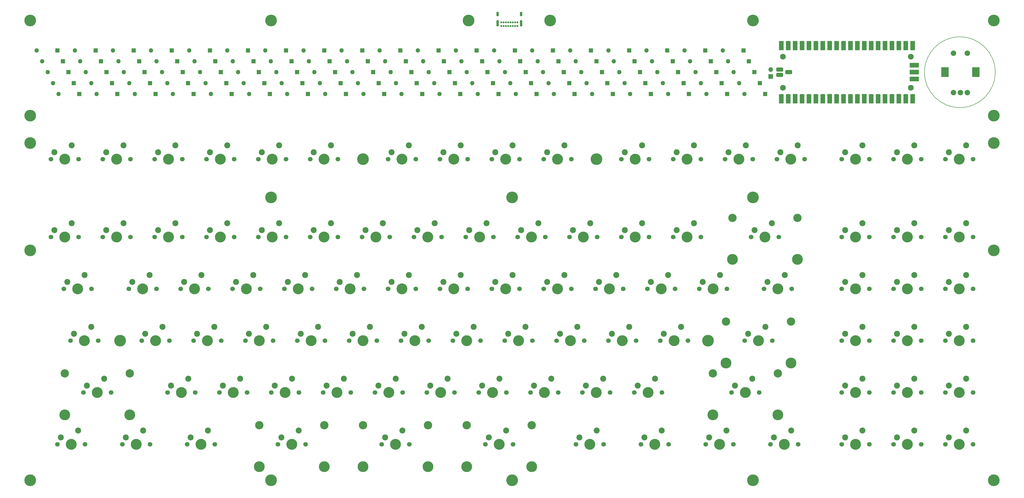
<source format=gts>
G04 #@! TF.GenerationSoftware,KiCad,Pcbnew,(6.0.0)*
G04 #@! TF.CreationDate,2022-04-02T17:53:52-07:00*
G04 #@! TF.ProjectId,keyboard_exposed_diodes_standard_tkl,6b657962-6f61-4726-945f-6578706f7365,rev?*
G04 #@! TF.SameCoordinates,Original*
G04 #@! TF.FileFunction,Soldermask,Top*
G04 #@! TF.FilePolarity,Negative*
%FSLAX46Y46*%
G04 Gerber Fmt 4.6, Leading zero omitted, Abs format (unit mm)*
G04 Created by KiCad (PCBNEW (6.0.0)) date 2022-04-02 17:53:52*
%MOMM*%
%LPD*%
G01*
G04 APERTURE LIST*
G04 Aperture macros list*
%AMRoundRect*
0 Rectangle with rounded corners*
0 $1 Rounding radius*
0 $2 $3 $4 $5 $6 $7 $8 $9 X,Y pos of 4 corners*
0 Add a 4 corners polygon primitive as box body*
4,1,4,$2,$3,$4,$5,$6,$7,$8,$9,$2,$3,0*
0 Add four circle primitives for the rounded corners*
1,1,$1+$1,$2,$3*
1,1,$1+$1,$4,$5*
1,1,$1+$1,$6,$7*
1,1,$1+$1,$8,$9*
0 Add four rect primitives between the rounded corners*
20,1,$1+$1,$2,$3,$4,$5,0*
20,1,$1+$1,$4,$5,$6,$7,0*
20,1,$1+$1,$6,$7,$8,$9,0*
20,1,$1+$1,$8,$9,$2,$3,0*%
G04 Aperture macros list end*
%ADD10C,0.150000*%
%ADD11C,2.200000*%
%ADD12C,1.700000*%
%ADD13C,4.000000*%
%ADD14R,1.600000X1.600000*%
%ADD15O,1.600000X1.600000*%
%ADD16R,1.700000X1.700000*%
%ADD17O,1.700000X1.700000*%
%ADD18C,0.700000*%
%ADD19O,0.900000X2.400000*%
%ADD20O,0.900000X1.700000*%
%ADD21C,2.100000*%
%ADD22R,1.700000X3.500000*%
%ADD23R,3.500000X1.700000*%
%ADD24RoundRect,0.300000X0.950000X-0.450000X0.950000X0.450000X-0.950000X0.450000X-0.950000X-0.450000X0*%
%ADD25R,2.800000X3.600000*%
%ADD26C,2.000000*%
%ADD27C,3.987800*%
%ADD28C,3.048000*%
%ADD29C,4.300000*%
G04 APERTURE END LIST*
D10*
X468500000Y-189000000D02*
G75*
G03*
X468500000Y-189000000I-13000000J0D01*
G01*
D11*
X384028750Y-282595000D03*
X377678750Y-285135000D03*
D12*
X376408750Y-287675000D03*
X386568750Y-287675000D03*
D13*
X381488750Y-287675000D03*
D12*
X381806250Y-306725000D03*
D13*
X376726250Y-306725000D03*
D12*
X371646250Y-306725000D03*
D11*
X372916250Y-304185000D03*
X379266250Y-301645000D03*
D12*
X140665000Y-249575000D03*
X150825000Y-249575000D03*
D13*
X145745000Y-249575000D03*
D11*
X141935000Y-247035000D03*
X148285000Y-244495000D03*
D12*
X169875000Y-249575000D03*
X159715000Y-249575000D03*
D13*
X164795000Y-249575000D03*
D11*
X160985000Y-247035000D03*
X167335000Y-244495000D03*
D12*
X178765000Y-249575000D03*
X188925000Y-249575000D03*
D13*
X183845000Y-249575000D03*
D11*
X180035000Y-247035000D03*
X186385000Y-244495000D03*
D13*
X202895000Y-249575000D03*
D12*
X197815000Y-249575000D03*
X207975000Y-249575000D03*
D11*
X199085000Y-247035000D03*
X205435000Y-244495000D03*
D12*
X216865000Y-249575000D03*
X227025000Y-249575000D03*
D13*
X221945000Y-249575000D03*
D11*
X218135000Y-247035000D03*
X224485000Y-244495000D03*
D13*
X240995000Y-249575000D03*
D12*
X246075000Y-249575000D03*
X235915000Y-249575000D03*
D11*
X237185000Y-247035000D03*
X243535000Y-244495000D03*
D12*
X254965000Y-249575000D03*
D13*
X260045000Y-249575000D03*
D12*
X265125000Y-249575000D03*
D11*
X256235000Y-247035000D03*
X262585000Y-244495000D03*
D13*
X279095000Y-249575000D03*
D12*
X274015000Y-249575000D03*
X284175000Y-249575000D03*
D11*
X275285000Y-247035000D03*
X281635000Y-244495000D03*
D12*
X293065000Y-249575000D03*
D13*
X298145000Y-249575000D03*
D12*
X303225000Y-249575000D03*
D11*
X294335000Y-247035000D03*
X300685000Y-244495000D03*
D12*
X165112500Y-287675000D03*
X154952500Y-287675000D03*
D13*
X160032500Y-287675000D03*
D11*
X156222500Y-285135000D03*
X162572500Y-282595000D03*
D12*
X250837500Y-306725000D03*
X240677500Y-306725000D03*
D13*
X245757500Y-306725000D03*
D11*
X241947500Y-304185000D03*
X248297500Y-301645000D03*
D12*
X378790000Y-249575000D03*
D13*
X383870000Y-249575000D03*
D12*
X388950000Y-249575000D03*
D11*
X380060000Y-247035000D03*
X386410000Y-244495000D03*
D13*
X388632500Y-268625000D03*
D12*
X393712500Y-268625000D03*
X383552500Y-268625000D03*
D11*
X384822500Y-266085000D03*
X391172500Y-263545000D03*
D13*
X207657500Y-306725000D03*
D12*
X212737500Y-306725000D03*
X202577500Y-306725000D03*
D11*
X203847500Y-304185000D03*
X210197500Y-301645000D03*
D12*
X193052500Y-287675000D03*
D13*
X198132500Y-287675000D03*
D12*
X203212500Y-287675000D03*
D11*
X194322500Y-285135000D03*
X200672500Y-282595000D03*
D13*
X336245000Y-249575000D03*
D12*
X341325000Y-249575000D03*
X331165000Y-249575000D03*
D11*
X332435000Y-247035000D03*
X338785000Y-244495000D03*
D13*
X417207500Y-268625000D03*
D12*
X422287500Y-268625000D03*
X412127500Y-268625000D03*
D11*
X413397500Y-266085000D03*
X419747500Y-263545000D03*
D12*
X431177500Y-325775000D03*
D13*
X436257500Y-325775000D03*
D12*
X441337500Y-325775000D03*
D11*
X432447500Y-323235000D03*
X438797500Y-320695000D03*
D12*
X188290000Y-268625000D03*
X198450000Y-268625000D03*
D13*
X193370000Y-268625000D03*
D11*
X189560000Y-266085000D03*
X195910000Y-263545000D03*
D12*
X441337500Y-268625000D03*
X431177500Y-268625000D03*
D13*
X436257500Y-268625000D03*
D11*
X432447500Y-266085000D03*
X438797500Y-263545000D03*
D12*
X360375000Y-249575000D03*
X350215000Y-249575000D03*
D13*
X355295000Y-249575000D03*
D11*
X351485000Y-247035000D03*
X357835000Y-244495000D03*
D12*
X150825000Y-221000000D03*
X140665000Y-221000000D03*
D13*
X145745000Y-221000000D03*
D11*
X141935000Y-218460000D03*
X148285000Y-215920000D03*
D12*
X215118750Y-325775000D03*
D13*
X210038750Y-325775000D03*
D12*
X204958750Y-325775000D03*
D11*
X206228750Y-323235000D03*
X212578750Y-320695000D03*
D12*
X281158750Y-325775000D03*
D13*
X286238750Y-325775000D03*
D12*
X291318750Y-325775000D03*
D11*
X282428750Y-323235000D03*
X288778750Y-320695000D03*
D12*
X422287500Y-287675000D03*
D13*
X417207500Y-287675000D03*
D12*
X412127500Y-287675000D03*
D11*
X413397500Y-285135000D03*
X419747500Y-282595000D03*
D13*
X417207500Y-306725000D03*
D12*
X422287500Y-306725000D03*
X412127500Y-306725000D03*
D11*
X413397500Y-304185000D03*
X419747500Y-301645000D03*
D12*
X441337500Y-287675000D03*
D13*
X436257500Y-287675000D03*
D12*
X431177500Y-287675000D03*
D11*
X432447500Y-285135000D03*
X438797500Y-282595000D03*
D13*
X455307500Y-287675000D03*
D12*
X450227500Y-287675000D03*
X460387500Y-287675000D03*
D11*
X451497500Y-285135000D03*
X457847500Y-282595000D03*
D12*
X450227500Y-306725000D03*
X460387500Y-306725000D03*
D13*
X455307500Y-306725000D03*
D11*
X451497500Y-304185000D03*
X457847500Y-301645000D03*
D12*
X169875000Y-221000000D03*
X159715000Y-221000000D03*
D13*
X164795000Y-221000000D03*
D11*
X160985000Y-218460000D03*
X167335000Y-215920000D03*
D12*
X178765000Y-221000000D03*
D13*
X183845000Y-221000000D03*
D12*
X188925000Y-221000000D03*
D11*
X180035000Y-218460000D03*
X186385000Y-215920000D03*
D12*
X207975000Y-221000000D03*
D13*
X202895000Y-221000000D03*
D12*
X197815000Y-221000000D03*
D11*
X199085000Y-218460000D03*
X205435000Y-215920000D03*
D12*
X245440000Y-221000000D03*
X255600000Y-221000000D03*
D13*
X250520000Y-221000000D03*
D11*
X246710000Y-218460000D03*
X253060000Y-215920000D03*
D12*
X283540000Y-221000000D03*
X293700000Y-221000000D03*
D13*
X288620000Y-221000000D03*
D11*
X284810000Y-218460000D03*
X291160000Y-215920000D03*
D12*
X302590000Y-221000000D03*
D13*
X307670000Y-221000000D03*
D12*
X312750000Y-221000000D03*
D11*
X303860000Y-218460000D03*
X310210000Y-215920000D03*
D13*
X374345000Y-221000000D03*
D12*
X379425000Y-221000000D03*
X369265000Y-221000000D03*
D11*
X370535000Y-218460000D03*
X376885000Y-215920000D03*
D12*
X222262500Y-287675000D03*
D13*
X217182500Y-287675000D03*
D12*
X212102500Y-287675000D03*
D11*
X213372500Y-285135000D03*
X219722500Y-282595000D03*
D12*
X335927500Y-306725000D03*
D13*
X341007500Y-306725000D03*
D12*
X346087500Y-306725000D03*
D11*
X337197500Y-304185000D03*
X343547500Y-301645000D03*
D12*
X231152500Y-287675000D03*
D13*
X236232500Y-287675000D03*
D12*
X241312500Y-287675000D03*
D11*
X232422500Y-285135000D03*
X238772500Y-282595000D03*
D13*
X255282500Y-287675000D03*
D12*
X260362500Y-287675000D03*
X250202500Y-287675000D03*
D11*
X251472500Y-285135000D03*
X257822500Y-282595000D03*
D12*
X431177500Y-249575000D03*
X441337500Y-249575000D03*
D13*
X436257500Y-249575000D03*
D11*
X432447500Y-247035000D03*
X438797500Y-244495000D03*
D13*
X288620000Y-268625000D03*
D12*
X283540000Y-268625000D03*
X293700000Y-268625000D03*
D11*
X284810000Y-266085000D03*
X291160000Y-263545000D03*
D13*
X417207500Y-249575000D03*
D12*
X422287500Y-249575000D03*
X412127500Y-249575000D03*
D11*
X413397500Y-247035000D03*
X419747500Y-244495000D03*
D13*
X293382500Y-287675000D03*
D12*
X288302500Y-287675000D03*
X298462500Y-287675000D03*
D11*
X289572500Y-285135000D03*
X295922500Y-282595000D03*
D12*
X307352500Y-287675000D03*
X317512500Y-287675000D03*
D13*
X312432500Y-287675000D03*
D11*
X308622500Y-285135000D03*
X314972500Y-282595000D03*
D12*
X181781250Y-325775000D03*
X171621250Y-325775000D03*
D13*
X176701250Y-325775000D03*
D11*
X172891250Y-323235000D03*
X179241250Y-320695000D03*
D13*
X417207500Y-325775000D03*
D12*
X422287500Y-325775000D03*
X412127500Y-325775000D03*
D11*
X413397500Y-323235000D03*
X419747500Y-320695000D03*
D12*
X147808750Y-325775000D03*
X157968750Y-325775000D03*
D13*
X152888750Y-325775000D03*
D11*
X149078750Y-323235000D03*
X155428750Y-320695000D03*
D12*
X278777500Y-306725000D03*
X288937500Y-306725000D03*
D13*
X283857500Y-306725000D03*
D11*
X280047500Y-304185000D03*
X286397500Y-301645000D03*
D13*
X367201250Y-325775000D03*
D12*
X372281250Y-325775000D03*
X362121250Y-325775000D03*
D11*
X363391250Y-323235000D03*
X369741250Y-320695000D03*
D12*
X269887500Y-306725000D03*
X259727500Y-306725000D03*
D13*
X264807500Y-306725000D03*
D11*
X260997500Y-304185000D03*
X267347500Y-301645000D03*
D13*
X307670000Y-268625000D03*
D12*
X312750000Y-268625000D03*
X302590000Y-268625000D03*
D11*
X303860000Y-266085000D03*
X310210000Y-263545000D03*
D12*
X450227500Y-221000000D03*
D13*
X455307500Y-221000000D03*
D12*
X460387500Y-221000000D03*
D11*
X451497500Y-218460000D03*
X457847500Y-215920000D03*
D12*
X460387500Y-268625000D03*
X450227500Y-268625000D03*
D13*
X455307500Y-268625000D03*
D11*
X451497500Y-266085000D03*
X457847500Y-263545000D03*
D13*
X455307500Y-249575000D03*
D12*
X460387500Y-249575000D03*
X450227500Y-249575000D03*
D11*
X451497500Y-247035000D03*
X457847500Y-244495000D03*
D13*
X417207500Y-221000000D03*
D12*
X422287500Y-221000000D03*
X412127500Y-221000000D03*
D11*
X413397500Y-218460000D03*
X419747500Y-215920000D03*
D12*
X150190000Y-268625000D03*
D13*
X155270000Y-268625000D03*
D12*
X160350000Y-268625000D03*
D11*
X151460000Y-266085000D03*
X157810000Y-263545000D03*
D12*
X345452500Y-287675000D03*
X355612500Y-287675000D03*
D13*
X350532500Y-287675000D03*
D11*
X346722500Y-285135000D03*
X353072500Y-282595000D03*
D12*
X217500000Y-268625000D03*
D13*
X212420000Y-268625000D03*
D12*
X207340000Y-268625000D03*
D11*
X208610000Y-266085000D03*
X214960000Y-263545000D03*
D12*
X369900000Y-268625000D03*
D13*
X364820000Y-268625000D03*
D12*
X359740000Y-268625000D03*
D11*
X361010000Y-266085000D03*
X367360000Y-263545000D03*
D12*
X450227500Y-325775000D03*
X460387500Y-325775000D03*
D13*
X455307500Y-325775000D03*
D11*
X451497500Y-323235000D03*
X457847500Y-320695000D03*
D13*
X179082500Y-287675000D03*
D12*
X184162500Y-287675000D03*
X174002500Y-287675000D03*
D11*
X175272500Y-285135000D03*
X181622500Y-282595000D03*
D13*
X436257500Y-221000000D03*
D12*
X431177500Y-221000000D03*
X441337500Y-221000000D03*
D11*
X432447500Y-218460000D03*
X438797500Y-215920000D03*
D13*
X248138750Y-325775000D03*
D12*
X243058750Y-325775000D03*
X253218750Y-325775000D03*
D11*
X244328750Y-323235000D03*
X250678750Y-320695000D03*
D13*
X231470000Y-268625000D03*
D12*
X226390000Y-268625000D03*
X236550000Y-268625000D03*
D11*
X227660000Y-266085000D03*
X234010000Y-263545000D03*
D12*
X264490000Y-268625000D03*
D13*
X269570000Y-268625000D03*
D12*
X274650000Y-268625000D03*
D11*
X265760000Y-266085000D03*
X272110000Y-263545000D03*
D12*
X431177500Y-306725000D03*
X441337500Y-306725000D03*
D13*
X436257500Y-306725000D03*
D11*
X432447500Y-304185000D03*
X438797500Y-301645000D03*
D12*
X169240000Y-268625000D03*
D13*
X174320000Y-268625000D03*
D12*
X179400000Y-268625000D03*
D11*
X170510000Y-266085000D03*
X176860000Y-263545000D03*
D12*
X193687500Y-306725000D03*
D13*
X188607500Y-306725000D03*
D12*
X183527500Y-306725000D03*
D11*
X184797500Y-304185000D03*
X191147500Y-301645000D03*
D12*
X255600000Y-268625000D03*
D13*
X250520000Y-268625000D03*
D12*
X245440000Y-268625000D03*
D11*
X246710000Y-266085000D03*
X253060000Y-263545000D03*
D13*
X274332500Y-287675000D03*
D12*
X279412500Y-287675000D03*
X269252500Y-287675000D03*
D11*
X270522500Y-285135000D03*
X276872500Y-282595000D03*
D12*
X340690000Y-268625000D03*
D13*
X345770000Y-268625000D03*
D12*
X350850000Y-268625000D03*
D11*
X341960000Y-266085000D03*
X348310000Y-263545000D03*
D12*
X350215000Y-221000000D03*
D13*
X355295000Y-221000000D03*
D12*
X360375000Y-221000000D03*
D11*
X351485000Y-218460000D03*
X357835000Y-215920000D03*
D12*
X227025000Y-221000000D03*
X216865000Y-221000000D03*
D13*
X221945000Y-221000000D03*
D11*
X218135000Y-218460000D03*
X224485000Y-215920000D03*
D12*
X274650000Y-221000000D03*
D13*
X269570000Y-221000000D03*
D12*
X264490000Y-221000000D03*
D11*
X265760000Y-218460000D03*
X272110000Y-215920000D03*
D13*
X319576250Y-325775000D03*
D12*
X324656250Y-325775000D03*
X314496250Y-325775000D03*
D11*
X315766250Y-323235000D03*
X322116250Y-320695000D03*
D12*
X307987500Y-306725000D03*
X297827500Y-306725000D03*
D13*
X302907500Y-306725000D03*
D11*
X299097500Y-304185000D03*
X305447500Y-301645000D03*
D13*
X131457500Y-268625000D03*
D12*
X136537500Y-268625000D03*
X126377500Y-268625000D03*
D11*
X127647500Y-266085000D03*
X133997500Y-263545000D03*
D13*
X138601250Y-306725000D03*
D12*
X133521250Y-306725000D03*
X143681250Y-306725000D03*
D11*
X134791250Y-304185000D03*
X141141250Y-301645000D03*
D12*
X123996250Y-325775000D03*
D13*
X129076250Y-325775000D03*
D12*
X134156250Y-325775000D03*
D11*
X125266250Y-323235000D03*
X131616250Y-320695000D03*
D12*
X131775000Y-221000000D03*
X121615000Y-221000000D03*
D13*
X126695000Y-221000000D03*
D11*
X122885000Y-218460000D03*
X129235000Y-215920000D03*
D12*
X128758750Y-287675000D03*
X138918750Y-287675000D03*
D13*
X133838750Y-287675000D03*
D11*
X130028750Y-285135000D03*
X136378750Y-282595000D03*
D13*
X126695000Y-249575000D03*
D12*
X121615000Y-249575000D03*
X131775000Y-249575000D03*
D11*
X122885000Y-247035000D03*
X129235000Y-244495000D03*
D13*
X226707500Y-306725000D03*
D12*
X231787500Y-306725000D03*
X221627500Y-306725000D03*
D11*
X222897500Y-304185000D03*
X229247500Y-301645000D03*
D12*
X326402500Y-287675000D03*
X336562500Y-287675000D03*
D13*
X331482500Y-287675000D03*
D11*
X327672500Y-285135000D03*
X334022500Y-282595000D03*
D13*
X343388750Y-325775000D03*
D12*
X348468750Y-325775000D03*
X338308750Y-325775000D03*
D11*
X339578750Y-323235000D03*
X345928750Y-320695000D03*
D13*
X326720000Y-268625000D03*
D12*
X321640000Y-268625000D03*
X331800000Y-268625000D03*
D11*
X322910000Y-266085000D03*
X329260000Y-263545000D03*
D12*
X341325000Y-221000000D03*
D13*
X336245000Y-221000000D03*
D12*
X331165000Y-221000000D03*
D11*
X332435000Y-218460000D03*
X338785000Y-215920000D03*
D12*
X385933750Y-325775000D03*
X396093750Y-325775000D03*
D13*
X391013750Y-325775000D03*
D11*
X387203750Y-323235000D03*
X393553750Y-320695000D03*
D12*
X327037500Y-306725000D03*
D13*
X321957500Y-306725000D03*
D12*
X316877500Y-306725000D03*
D11*
X318147500Y-304185000D03*
X324497500Y-301645000D03*
D14*
X124000000Y-181000000D03*
D15*
X116380000Y-181000000D03*
D14*
X370000000Y-197000000D03*
D15*
X362380000Y-197000000D03*
D14*
X340000000Y-193000000D03*
D15*
X332380000Y-193000000D03*
D14*
X140000000Y-185000000D03*
D15*
X132380000Y-185000000D03*
D16*
X386000000Y-190540000D03*
D17*
X386000000Y-188000000D03*
D18*
X293000000Y-172025000D03*
X292150000Y-172025000D03*
X291300000Y-172025000D03*
X290450000Y-172025000D03*
X289600000Y-172025000D03*
X288750000Y-172025000D03*
X287900000Y-172025000D03*
X287050000Y-172025000D03*
X287050000Y-170675000D03*
X287900000Y-170675000D03*
X288750000Y-170675000D03*
X289600000Y-170675000D03*
X290450000Y-170675000D03*
X291300000Y-170675000D03*
X292150000Y-170675000D03*
X293000000Y-170675000D03*
D19*
X294350000Y-171045000D03*
D20*
X294350000Y-167665000D03*
D19*
X285700000Y-171045000D03*
D20*
X285700000Y-167665000D03*
D21*
X437500000Y-194700000D03*
X390500000Y-194700000D03*
X437500000Y-183300000D03*
X390500000Y-183300000D03*
D22*
X389870000Y-198790000D03*
D17*
X389870000Y-197890000D03*
X392410000Y-197890000D03*
D22*
X392410000Y-198790000D03*
D16*
X394950000Y-197890000D03*
D22*
X394950000Y-198790000D03*
D17*
X397490000Y-197890000D03*
D22*
X397490000Y-198790000D03*
D17*
X400030000Y-197890000D03*
D22*
X400030000Y-198790000D03*
D17*
X402570000Y-197890000D03*
D22*
X402570000Y-198790000D03*
X405110000Y-198790000D03*
D17*
X405110000Y-197890000D03*
D16*
X407650000Y-197890000D03*
D22*
X407650000Y-198790000D03*
X410190000Y-198790000D03*
D17*
X410190000Y-197890000D03*
X412730000Y-197890000D03*
D22*
X412730000Y-198790000D03*
X415270000Y-198790000D03*
D17*
X415270000Y-197890000D03*
D22*
X417810000Y-198790000D03*
D17*
X417810000Y-197890000D03*
D16*
X420350000Y-197890000D03*
D22*
X420350000Y-198790000D03*
D17*
X422890000Y-197890000D03*
D22*
X422890000Y-198790000D03*
D17*
X425430000Y-197890000D03*
D22*
X425430000Y-198790000D03*
D17*
X427970000Y-197890000D03*
D22*
X427970000Y-198790000D03*
X430510000Y-198790000D03*
D17*
X430510000Y-197890000D03*
D16*
X433050000Y-197890000D03*
D22*
X433050000Y-198790000D03*
X435590000Y-198790000D03*
D17*
X435590000Y-197890000D03*
D22*
X438130000Y-198790000D03*
D17*
X438130000Y-197890000D03*
D22*
X438130000Y-179210000D03*
D17*
X438130000Y-180110000D03*
X435590000Y-180110000D03*
D22*
X435590000Y-179210000D03*
D16*
X433050000Y-180110000D03*
D22*
X433050000Y-179210000D03*
X430510000Y-179210000D03*
D17*
X430510000Y-180110000D03*
X427970000Y-180110000D03*
D22*
X427970000Y-179210000D03*
D17*
X425430000Y-180110000D03*
D22*
X425430000Y-179210000D03*
X422890000Y-179210000D03*
D17*
X422890000Y-180110000D03*
D16*
X420350000Y-180110000D03*
D22*
X420350000Y-179210000D03*
D17*
X417810000Y-180110000D03*
D22*
X417810000Y-179210000D03*
D17*
X415270000Y-180110000D03*
D22*
X415270000Y-179210000D03*
D17*
X412730000Y-180110000D03*
D22*
X412730000Y-179210000D03*
D17*
X410190000Y-180110000D03*
D22*
X410190000Y-179210000D03*
D16*
X407650000Y-180110000D03*
D22*
X407650000Y-179210000D03*
X405110000Y-179210000D03*
D17*
X405110000Y-180110000D03*
X402570000Y-180110000D03*
D22*
X402570000Y-179210000D03*
D17*
X400030000Y-180110000D03*
D22*
X400030000Y-179210000D03*
X397490000Y-179210000D03*
D17*
X397490000Y-180110000D03*
D22*
X394950000Y-179210000D03*
D16*
X394950000Y-180110000D03*
D22*
X392410000Y-179210000D03*
D17*
X392410000Y-180110000D03*
X389870000Y-180110000D03*
D22*
X389870000Y-179210000D03*
D23*
X438800000Y-191540000D03*
D17*
X437900000Y-191540000D03*
D23*
X438800000Y-189000000D03*
D16*
X437900000Y-189000000D03*
D17*
X437900000Y-186460000D03*
D23*
X438800000Y-186460000D03*
D24*
X392630000Y-189000000D03*
X389350000Y-188000000D03*
X389330000Y-190000000D03*
D14*
X338000000Y-189000000D03*
D15*
X330380000Y-189000000D03*
D14*
X226000000Y-189000000D03*
D15*
X218380000Y-189000000D03*
D14*
X310000000Y-189000000D03*
D15*
X302380000Y-189000000D03*
D14*
X300000000Y-197000000D03*
D15*
X292380000Y-197000000D03*
D14*
X296000000Y-189000000D03*
D15*
X288380000Y-189000000D03*
D14*
X282000000Y-189000000D03*
D15*
X274380000Y-189000000D03*
D14*
X142000000Y-189000000D03*
D15*
X134380000Y-189000000D03*
D14*
X194000000Y-181000000D03*
D15*
X186380000Y-181000000D03*
D14*
X328000000Y-197000000D03*
D15*
X320380000Y-197000000D03*
D14*
X160000000Y-197000000D03*
D15*
X152380000Y-197000000D03*
D14*
X180000000Y-181000000D03*
D15*
X172380000Y-181000000D03*
D25*
X450000000Y-189000000D03*
X461400000Y-189000000D03*
D26*
X453200000Y-196500000D03*
X458200000Y-196500000D03*
X455700000Y-196500000D03*
X453200000Y-182000000D03*
X458200000Y-182000000D03*
D14*
X286000000Y-197000000D03*
D15*
X278380000Y-197000000D03*
D14*
X240000000Y-189000000D03*
D15*
X232380000Y-189000000D03*
D14*
X322000000Y-185000000D03*
D15*
X314380000Y-185000000D03*
D14*
X362000000Y-181000000D03*
D15*
X354380000Y-181000000D03*
D14*
X324000000Y-189000000D03*
D15*
X316380000Y-189000000D03*
D14*
X384000000Y-197000000D03*
D15*
X376380000Y-197000000D03*
D14*
X308000000Y-185000000D03*
D15*
X300380000Y-185000000D03*
D14*
X334000000Y-181000000D03*
D15*
X326380000Y-181000000D03*
D14*
X258000000Y-197000000D03*
D15*
X250380000Y-197000000D03*
D14*
X242000000Y-193000000D03*
D15*
X234380000Y-193000000D03*
D14*
X154000000Y-185000000D03*
D15*
X146380000Y-185000000D03*
D14*
X342000000Y-197000000D03*
D15*
X334380000Y-197000000D03*
D14*
X172000000Y-193000000D03*
D15*
X164380000Y-193000000D03*
D14*
X144000000Y-193000000D03*
D15*
X136380000Y-193000000D03*
D14*
X212000000Y-189000000D03*
D15*
X204380000Y-189000000D03*
D14*
X244000000Y-197000000D03*
D15*
X236380000Y-197000000D03*
D14*
X314000000Y-197000000D03*
D15*
X306380000Y-197000000D03*
D14*
X280000000Y-185000000D03*
D15*
X272380000Y-185000000D03*
D14*
X202000000Y-197000000D03*
D15*
X194380000Y-197000000D03*
D14*
X320000000Y-181000000D03*
D15*
X312380000Y-181000000D03*
D14*
X182000000Y-185000000D03*
D15*
X174380000Y-185000000D03*
D14*
X364000000Y-185000000D03*
D15*
X356380000Y-185000000D03*
D14*
X378000000Y-185000000D03*
D15*
X370380000Y-185000000D03*
D14*
X284000000Y-193000000D03*
D15*
X276380000Y-193000000D03*
D14*
X264000000Y-181000000D03*
D15*
X256380000Y-181000000D03*
D14*
X130000000Y-193000000D03*
D15*
X122380000Y-193000000D03*
D14*
X254000000Y-189000000D03*
D15*
X246380000Y-189000000D03*
D14*
X200000000Y-193000000D03*
D15*
X192380000Y-193000000D03*
D14*
X350000000Y-185000000D03*
D15*
X342380000Y-185000000D03*
D14*
X252000000Y-185000000D03*
D15*
X244380000Y-185000000D03*
D14*
X228000000Y-193000000D03*
D15*
X220380000Y-193000000D03*
D14*
X270000000Y-193000000D03*
D15*
X262380000Y-193000000D03*
D14*
X126000000Y-185000000D03*
D15*
X118380000Y-185000000D03*
D14*
X132000000Y-197000000D03*
D15*
X124380000Y-197000000D03*
D14*
X348000000Y-181000000D03*
D15*
X340380000Y-181000000D03*
D14*
X356000000Y-197000000D03*
D15*
X348380000Y-197000000D03*
D14*
X268000000Y-189000000D03*
D15*
X260380000Y-189000000D03*
D14*
X256000000Y-193000000D03*
D15*
X248380000Y-193000000D03*
D14*
X230000000Y-197000000D03*
D15*
X222380000Y-197000000D03*
D14*
X170000000Y-189000000D03*
D15*
X162380000Y-189000000D03*
D14*
X174000000Y-197000000D03*
D15*
X166380000Y-197000000D03*
D14*
X166000000Y-181000000D03*
D15*
X158380000Y-181000000D03*
D14*
X210000000Y-185000000D03*
D15*
X202380000Y-185000000D03*
D14*
X186000000Y-193000000D03*
D15*
X178380000Y-193000000D03*
D14*
X278000000Y-181000000D03*
D15*
X270380000Y-181000000D03*
D14*
X266000000Y-185000000D03*
D15*
X258380000Y-185000000D03*
D14*
X152000000Y-181000000D03*
D15*
X144380000Y-181000000D03*
D14*
X184000000Y-189000000D03*
D15*
X176380000Y-189000000D03*
D14*
X366000000Y-189000000D03*
D15*
X358380000Y-189000000D03*
D14*
X188000000Y-197000000D03*
D15*
X180380000Y-197000000D03*
D14*
X158000000Y-193000000D03*
D15*
X150380000Y-193000000D03*
D14*
X298000000Y-193000000D03*
D15*
X290380000Y-193000000D03*
D14*
X128000000Y-189000000D03*
D15*
X120380000Y-189000000D03*
D14*
X272000000Y-197000000D03*
D15*
X264380000Y-197000000D03*
D14*
X352000000Y-189000000D03*
D15*
X344380000Y-189000000D03*
D14*
X382000000Y-193000000D03*
D15*
X374380000Y-193000000D03*
D14*
X368000000Y-193000000D03*
D15*
X360380000Y-193000000D03*
D14*
X208000000Y-181000000D03*
D15*
X200380000Y-181000000D03*
D14*
X196000000Y-185000000D03*
D15*
X188380000Y-185000000D03*
D14*
X216000000Y-197000000D03*
D15*
X208380000Y-197000000D03*
D14*
X326000000Y-193000000D03*
D15*
X318380000Y-193000000D03*
D14*
X198000000Y-189000000D03*
D15*
X190380000Y-189000000D03*
D14*
X138000000Y-181000000D03*
D15*
X130380000Y-181000000D03*
D14*
X336000000Y-185000000D03*
D15*
X328380000Y-185000000D03*
D14*
X376000000Y-181000000D03*
D15*
X368380000Y-181000000D03*
D14*
X214000000Y-193000000D03*
D15*
X206380000Y-193000000D03*
D14*
X306000000Y-181000000D03*
D15*
X298380000Y-181000000D03*
D14*
X236000000Y-181000000D03*
D15*
X228380000Y-181000000D03*
D14*
X292000000Y-181000000D03*
D15*
X284380000Y-181000000D03*
D14*
X294000000Y-185000000D03*
D15*
X286380000Y-185000000D03*
D14*
X156000000Y-189000000D03*
D15*
X148380000Y-189000000D03*
D14*
X354000000Y-193000000D03*
D15*
X346380000Y-193000000D03*
D14*
X168000000Y-185000000D03*
D15*
X160380000Y-185000000D03*
D14*
X146000000Y-197000000D03*
D15*
X138380000Y-197000000D03*
D14*
X224000000Y-185000000D03*
D15*
X216380000Y-185000000D03*
D14*
X222000000Y-181000000D03*
D15*
X214380000Y-181000000D03*
D14*
X380000000Y-189000000D03*
D15*
X372380000Y-189000000D03*
D14*
X238000000Y-185000000D03*
D15*
X230380000Y-185000000D03*
D14*
X312000000Y-193000000D03*
D15*
X304380000Y-193000000D03*
D14*
X250000000Y-181000000D03*
D15*
X242380000Y-181000000D03*
D12*
X322275000Y-249575000D03*
D13*
X317195000Y-249575000D03*
D12*
X312115000Y-249575000D03*
D11*
X313385000Y-247035000D03*
X319735000Y-244495000D03*
D12*
X398475000Y-221000000D03*
D13*
X393395000Y-221000000D03*
D12*
X388315000Y-221000000D03*
D11*
X389585000Y-218460000D03*
X395935000Y-215920000D03*
D12*
X174637500Y-306725000D03*
X164477500Y-306725000D03*
D13*
X169557500Y-306725000D03*
D11*
X165747500Y-304185000D03*
X172097500Y-301645000D03*
D27*
X126663250Y-314980000D03*
X150539250Y-314980000D03*
D28*
X126663250Y-299740000D03*
X150539250Y-299740000D03*
X364788250Y-299740000D03*
D27*
X388664250Y-314980000D03*
D28*
X388664250Y-299740000D03*
D27*
X364788250Y-314980000D03*
X393426750Y-295930000D03*
X369550750Y-295930000D03*
D28*
X369550750Y-280690000D03*
X393426750Y-280690000D03*
D27*
X395808000Y-257830000D03*
D28*
X371932000Y-242590000D03*
X395808000Y-242590000D03*
D27*
X371932000Y-257830000D03*
X198100750Y-334030000D03*
D28*
X198100750Y-318790000D03*
D27*
X221976750Y-334030000D03*
D28*
X221976750Y-318790000D03*
D27*
X298176750Y-334030000D03*
X274300750Y-334030000D03*
D28*
X298176750Y-318790000D03*
X274300750Y-318790000D03*
X236200750Y-318790000D03*
X260076750Y-318790000D03*
D27*
X260076750Y-334030000D03*
X236200750Y-334030000D03*
D29*
X114000000Y-205000000D03*
X363000000Y-287675000D03*
X467999558Y-205000000D03*
X468000000Y-170000000D03*
X147000000Y-287675000D03*
X379500000Y-235000000D03*
X305000000Y-170000000D03*
X322000000Y-221000000D03*
X202500000Y-170000000D03*
X114000000Y-254499558D03*
X467999558Y-254499558D03*
X202500000Y-339000000D03*
X236250000Y-221000000D03*
X379500000Y-339000000D03*
X291000000Y-339000000D03*
X114000000Y-215000000D03*
X202500000Y-235000000D03*
X467999558Y-215000000D03*
X114000000Y-339000000D03*
X275000000Y-170000000D03*
X468000000Y-339000000D03*
X291000000Y-235000000D03*
X114000000Y-170000000D03*
X379500000Y-170000000D03*
M02*

</source>
